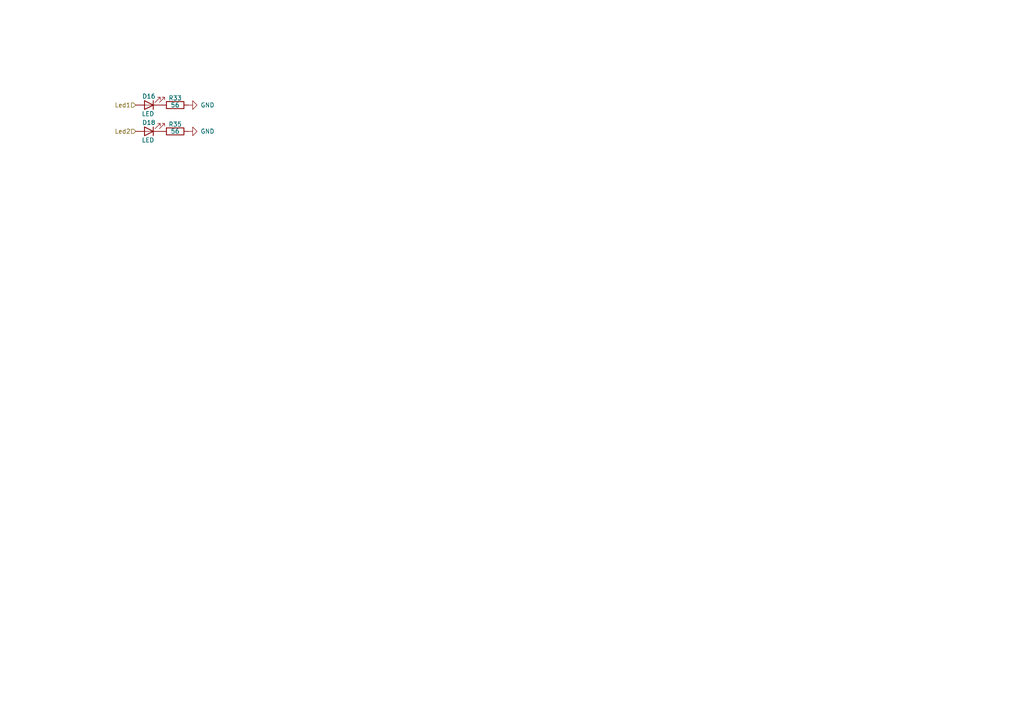
<source format=kicad_sch>
(kicad_sch (version 20221206) (generator eeschema)
  (paper "A4")
  (lib_symbols
    (symbol "Device:LED" (pin_numbers hide) (pin_names (offset 1.016) hide)
      (property "Reference" "D" (at 0 2.54 0))
      (property "Value" "LED" (at 0 -2.54 0))
      (symbol "LED_0_1"
        (polyline (pts (xy -1.27 -1.27) (xy -1.27 1.27)) (stroke (width 0.254)))
        (polyline (pts (xy -1.27 0) (xy 1.27 0)))
        (polyline (pts (xy 1.27 -1.27) (xy 1.27 1.27) (xy -1.27 0) (xy 1.27 -1.27)) (stroke (width 0.254)))
        (polyline (pts (xy -3.048 -0.762) (xy -4.572 -2.286) (xy -3.81 -2.286) (xy -4.572 -2.286) (xy -4.572 -1.524)))
        (polyline (pts (xy -1.778 -0.762) (xy -3.302 -2.286) (xy -2.54 -2.286) (xy -3.302 -2.286) (xy -3.302 -1.524)))
      )
      (symbol "LED_1_1"
        (pin passive line (at -3.81 0 0) (length 2.54) (name "K") (number "1"))
        (pin passive line (at 3.81 0 180) (length 2.54) (name "A") (number "2"))
      )
    )
    (symbol "Device:R" (pin_numbers hide) (pin_names (offset 0))
      (property "Reference" "R" (at 2.032 0 90))
      (property "Value" "R" (at 0 0 90))
      (symbol "R_0_1"
        (rectangle (start -1.016 -2.54) (end 1.016 2.54) (stroke (width 0.254)))
      )
      (symbol "R_1_1"
        (pin passive line (at 0 3.81 270) (length 1.27) (name "~") (number "1"))
        (pin passive line (at 0 -3.81 90) (length 1.27) (name "~") (number "2"))
      )
    )
    (symbol "power:GND" (power) (pin_names (offset 0))
      (property "Value" "GND" (at 0 -3.81 0))
      (symbol "GND_0_1"
        (polyline (pts (xy 0 0) (xy 0 -1.27) (xy 1.27 -1.27) (xy 0 -2.54) (xy -1.27 -1.27) (xy 0 -1.27)))
      )
      (symbol "GND_1_1"
        (pin power_in line (at 0 0 270) (length 0) hide (name "GND") (number "1"))
      )
    )
  )
  (hierarchical_label "Led2" (shape input) (at 39.37 38.1 180))
  (hierarchical_label "Led1" (shape input) (at 39.37 30.48 180))
  (symbol (lib_id "power:GND") (at 54.61 38.1 90) (unit 1)
    (property "Reference" "#PWR0309" (effects hide))
    (property "Value" "GND" (at 62.23 38.1 90) (effects (justify left)))
    (instances (project "Space" (path "" (reference "#PWR0309") (unit 1)) (path "" (reference "#PWR0304") (unit 1))))
  )
  (symbol (lib_id "Device:R") (at 50.8 30.48 90) (unit 1)
    (property "Reference" "R33" (at 50.8 28.448 90))
    (property "Value" "56" (at 50.8 30.48 90))
    (property "Footprint" "Resistor_SMD:R_0402_1005Metric" (effects hide))
    (instances (project "Space" (path "" (reference "R33") (unit 1)) (path "" (reference "R2") (unit 1))))
  )
  (symbol (lib_id "Device:LED") (at 43.18 30.48 180) (unit 1)
    (property "Reference" "D16" (at 43.18 27.94 0))
    (property "Value" "LED" (at 42.926 33.02 0))
    (property "Footprint" "LED_THT:LED_D3.0mm_FlatTop" (effects hide))
    (instances (project "Space" (path "" (reference "D16") (unit 1)) (path "" (reference "D4") (unit 1))))
  )
  (symbol (lib_id "Device:LED") (at 43.18 38.1 180) (unit 1)
    (property "Reference" "D18" (at 43.18 35.56 0))
    (property "Value" "LED" (at 42.926 40.64 0))
    (property "Footprint" "LED_THT:LED_D3.0mm_FlatTop" (effects hide))
    (instances (project "Space" (path "" (reference "D18") (unit 1)) (path "" (reference "D8") (unit 1))))
  )
  (symbol (lib_id "Device:R") (at 50.8 38.1 90) (unit 1)
    (property "Reference" "R35" (at 50.8 36.068 90))
    (property "Value" "56" (at 50.8 38.1 90))
    (property "Footprint" "Resistor_SMD:R_0402_1005Metric" (effects hide))
    (instances (project "Space" (path "" (reference "R35") (unit 1)) (path "" (reference "R25") (unit 1))))
  )
  (symbol (lib_id "power:GND") (at 54.61 30.48 90) (unit 1)
    (property "Reference" "#PWR0311" (effects hide))
    (property "Value" "GND" (at 62.23 30.48 90) (effects (justify left)))
    (instances (project "Space" (path "" (reference "#PWR0311") (unit 1)) (path "" (reference "#PWR0306") (unit 1))))
  )
)
</source>
